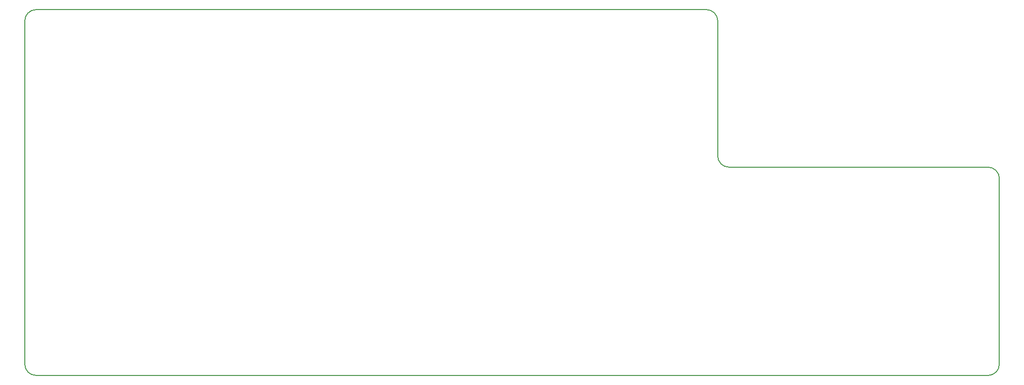
<source format=gbr>
G04 #@! TF.FileFunction,Profile,NP*
%FSLAX46Y46*%
G04 Gerber Fmt 4.6, Leading zero omitted, Abs format (unit mm)*
G04 Created by KiCad (PCBNEW 4.0.3+e1-6302~38~ubuntu14.04.1-stable) date Wed Sep 28 21:03:55 2016*
%MOMM*%
%LPD*%
G01*
G04 APERTURE LIST*
%ADD10C,0.100000*%
%ADD11C,0.150000*%
G04 APERTURE END LIST*
D10*
D11*
X176000000Y-76000000D02*
X176000000Y-100000000D01*
X176000000Y-76000000D02*
G75*
G03X174000000Y-74000000I-2000000J0D01*
G01*
X55000000Y-74000000D02*
X174000000Y-74000000D01*
X176000000Y-100000000D02*
G75*
G03X178000000Y-102000000I2000000J0D01*
G01*
X224000000Y-102000000D02*
X178000000Y-102000000D01*
X224000000Y-102000000D02*
G75*
G02X226000000Y-104000000I0J-2000000D01*
G01*
X226000000Y-137000000D02*
X226000000Y-104000000D01*
X226000000Y-137000000D02*
G75*
G02X224000000Y-139000000I-2000000J0D01*
G01*
X55000000Y-139000000D02*
X224000000Y-139000000D01*
X55000000Y-74000000D02*
G75*
G03X53000000Y-76000000I0J-2000000D01*
G01*
X53000000Y-137000000D02*
G75*
G03X55000000Y-139000000I2000000J0D01*
G01*
X53000000Y-76000000D02*
X53000000Y-137000000D01*
M02*

</source>
